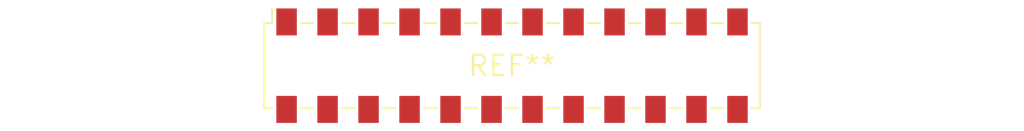
<source format=kicad_pcb>
(kicad_pcb (version 20240108) (generator pcbnew)
  (layers (0 "F.Cu" signal) (31 "B.Cu" signal) (34 "B.Paste" user) (35 "F.Paste" user) (36 "B.SilkS" user "B.Silkscreen") (37 "F.SilkS" user "F.Silkscreen") (38 "B.Mask" user) (39 "F.Mask" user) (44 "Edge.Cuts" user))
  (net 0 "")
  (footprint "Samtec_HLE-112-02-xxx-DV-BE-LC_2x12_P2.54mm_Horizontal" (layer "F.Cu") (at 0 0)
    (property "Reference" "REF**")
    (property "Value" "Samtec_HLE-112-02-xxx-DV-BE-LC_2x12_P2.54mm_Horizontal")
    (fp_line (start -15.35 -2.65) (end -15.35 2.65) (layer "F.SilkS") (stroke (width 0.12)))
    (fp_line (start -15.35 2.65) (end -14.865 2.65) (layer "F.SilkS") (stroke (width 0.12)))
    (fp_line (start -14.865 -3.56) (end -14.865 -2.65) (layer "F.SilkS") (stroke (width 0.12)))
    (fp_line (start -14.865 -2.65) (end -15.35 -2.65) (layer "F.SilkS") (stroke (width 0.12)))
    (fp_line (start -13.075 -2.65) (end -12.325 -2.65) (layer "F.SilkS") (stroke (width 0.12)))
    (fp_line (start -13.075 2.65) (end -12.325 2.65) (layer "F.SilkS") (stroke (width 0.12)))
    (fp_line (start -10.535 -2.65) (end -9.785 -2.65) (layer "F.SilkS") (stroke (width 0.12)))
    (fp_line (start -10.535 2.65) (end -9.785 2.65) (layer "F.SilkS") (stroke (width 0.12)))
    (fp_line (start -7.995 -2.65) (end -7.245 -2.65) (layer "F.SilkS") (stroke (width 0.12)))
    (fp_line (start -7.995 2.65) (end -7.245 2.65) (layer "F.SilkS") (stroke (width 0.12)))
    (fp_line (start -5.455 -2.65) (end -4.705 -2.65) (layer "F.SilkS") (stroke (width 0.12)))
    (fp_line (start -5.455 2.65) (end -4.705 2.65) (layer "F.SilkS") (stroke (width 0.12)))
    (fp_line (start -2.915 -2.65) (end -2.165 -2.65) (layer "F.SilkS") (stroke (width 0.12)))
    (fp_line (start -2.915 2.65) (end -2.165 2.65) (layer "F.SilkS") (stroke (width 0.12)))
    (fp_line (start -0.375 -2.65) (end 0.375 -2.65) (layer "F.SilkS") (stroke (width 0.12)))
    (fp_line (start -0.375 2.65) (end 0.375 2.65) (layer "F.SilkS") (stroke (width 0.12)))
    (fp_line (start 2.165 -2.65) (end 2.915 -2.65) (layer "F.SilkS") (stroke (width 0.12)))
    (fp_line (start 2.165 2.65) (end 2.915 2.65) (layer "F.SilkS") (stroke (width 0.12)))
    (fp_line (start 4.705 -2.65) (end 5.455 -2.65) (layer "F.SilkS") (stroke (width 0.12)))
    (fp_line (start 4.705 2.65) (end 5.455 2.65) (layer "F.SilkS") (stroke (width 0.12)))
    (fp_line (start 7.245 -2.65) (end 7.995 -2.65) (layer "F.SilkS") (stroke (width 0.12)))
    (fp_line (start 7.245 2.65) (end 7.995 2.65) (layer "F.SilkS") (stroke (width 0.12)))
    (fp_line (start 9.785 -2.65) (end 10.535 -2.65) (layer "F.SilkS") (stroke (width 0.12)))
    (fp_line (start 9.785 2.65) (end 10.535 2.65) (layer "F.SilkS") (stroke (width 0.12)))
    (fp_line (start 12.325 -2.65) (end 13.075 -2.65) (layer "F.SilkS") (stroke (width 0.12)))
    (fp_line (start 12.325 2.65) (end 13.075 2.65) (layer "F.SilkS") (stroke (width 0.12)))
    (fp_line (start 14.865 -2.65) (end 15.35 -2.65) (layer "F.SilkS") (stroke (width 0.12)))
    (fp_line (start 15.35 -2.65) (end 15.35 2.65) (layer "F.SilkS") (stroke (width 0.12)))
    (fp_line (start 15.35 2.65) (end 14.865 2.65) (layer "F.SilkS") (stroke (width 0.12)))
    (pad "" np_thru_hole circle (at -13.97 -1.27) (size 0.97 0.97) (drill 0.97) (layers *.Cu *.Mask))
    (pad "" np_thru_hole circle (at -13.97 1.27) (size 0.97 0.97) (drill 0.97) (layers *.Cu *.Mask))
    (pad "" np_thru_hole circle (at -12.7 0) (size 1.19 1.19) (drill 1.19) (layers *.Cu *.Mask))
    (pad "" np_thru_hole circle (at -11.43 -1.27) (size 0.97 0.97) (drill 0.97) (layers *.Cu *.Mask))
    (pad "" np_thru_hole circle (at -11.43 1.27) (size 0.97 0.97) (drill 0.97) (layers *.Cu *.Mask))
    (pad "" np_thru_hole circle (at -8.89 -1.27) (size 0.97 0.97) (drill 0.97) (layers *.Cu *.Mask))
    (pad "" np_thru_hole circle (at -8.89 1.27) (size 0.97 0.97) (drill 0.97) (layers *.Cu *.Mask))
    (pad "" np_thru_hole circle (at -6.35 -1.27) (size 0.97 0.97) (drill 0.97) (layers *.Cu *.Mask))
    (pad "" np_thru_hole circle (at -6.35 1.27) (size 0.97 0.97) (drill 0.97) (layers *.Cu *.Mask))
    (pad "" np_thru_hole circle (at -3.81 -1.27) (size 0.97 0.97) (drill 0.97) (layers *.Cu *.Mask))
    (pad "" np_thru_hole circle (at -3.81 1.27) (size 0.97 0.97) (drill 0.97) (layers *.Cu *.Mask))
    (pad "" np_thru_hole circle (at -1.27 -1.27) (size 0.97 0.97) (drill 0.97) (layers *.Cu *.Mask))
    (pad "" np_thru_hole circle (at -1.27 1.27) (size 0.97 0.97) (drill 0.97) (layers *.Cu *.Mask))
    (pad "" np_thru_hole circle (at 1.27 -1.27) (size 0.97 0.97) (drill 0.97) (layers *.Cu *.Mask))
    (pad "" np_thru_hole circle (at 1.27 1.27) (size 0.97 0.97) (drill 0.97) (layers *.Cu *.Mask))
    (pad "" np_thru_hole circle (at 3.81 -1.27) (size 0.97 0.97) (drill 0.97) (layers *.Cu *.Mask))
    (pad "" np_thru_hole circle (at 3.81 1.27) (size 0.97 0.97) (drill 0.97) (layers *.Cu *.Mask))
    (pad "" np_thru_hole circle (at 6.35 -1.27) (size 0.97 0.97) (drill 0.97) (layers *.Cu *.Mask))
    (pad "" np_thru_hole circle (at 6.35 1.27) (size 0.97 0.97) (drill 0.97) (layers *.Cu *.Mask))
    (pad "" np_thru_hole circle (at 8.89 -1.27) (size 0.97 0.97) (drill 0.97) (layers *.Cu *.Mask))
    (pad "" np_thru_hole circle (at 8.89 1.27) (size 0.97 0.97) (drill 0.97) (layers *.Cu *.Mask))
    (pad "" np_thru_hole circle (at 11.43 -1.27) (size 0.97 0.97) (drill 0.97) (layers *.Cu *.Mask))
    (pad "" np_thru_hole circle (at 11.43 1.27) (size 0.97 0.97) (drill 0.97) (layers *.Cu *.Mask))
    (pad "" np_thru_hole circle (at 12.7 0) (size 1.19 1.19) (drill 1.19) (layers *.Cu *.Mask))
    (pad "" np_thru_hole circle (at 13.97 -1.27) (size 0.97 0.97) (drill 0.97) (layers *.Cu *.Mask))
    (pad "" np_thru_hole circle (at 13.97 1.27) (size 0.97 0.97) (drill 0.97) (layers *.Cu *.Mask))
    (pad "1" smd rect (at -13.97 -2.72) (size 1.27 1.68) (layers "F.Cu" "F.Paste" "F.Mask"))
    (pad "2" smd rect (at -13.97 2.72) (size 1.27 1.68) (layers "F.Cu" "F.Paste" "F.Mask"))
    (pad "3" smd rect (at -11.43 -2.72) (size 1.27 1.68) (layers "F.Cu" "F.Paste" "F.Mask"))
    (pad "4" smd rect (at -11.43 2.72) (size 1.27 1.68) (layers "F.Cu" "F.Paste" "F.Mask"))
    (pad "5" smd rect (at -8.89 -2.72) (size 1.27 1.68) (layers "F.Cu" "F.Paste" "F.Mask"))
    (pad "6" smd rect (at -8.89 2.72) (size 1.27 1.68) (layers "F.Cu" "F.Paste" "F.Mask"))
    (pad "7" smd rect (at -6.35 -2.72) (size 1.27 1.68) (layers "F.Cu" "F.Paste" "F.Mask"))
    (pad "8" smd rect (at -6.35 2.72) (size 1.27 1.68) (layers "F.Cu" "F.Paste" "F.Mask"))
    (pad "9" smd rect (at -3.81 -2.72) (size 1.27 1.68) (layers "F.Cu" "F.Paste" "F.Mask"))
    (pad "10" smd rect (at -3.81 2.72) (size 1.27 1.68) (layers "F.Cu" "F.Paste" "F.Mask"))
    (pad "11" smd rect (at -1.27 -2.72) (size 1.27 1.68) (layers "F.Cu" "F.Paste" "F.Mask"))
    (pad "12" smd rect (at -1.27 2.72) (size 1.27 1.68) (layers "F.Cu" "F.Paste" "F.Mask"))
    (pad "13" smd rect (at 1.27 -2.72) (size 1.27 1.68) (layers "F.Cu" "F.Paste" "F.Mask"))
    (pad "14" smd rect (at 1.27 2.72) (size 1.27 1.68) (layers "F.Cu" "F.Paste" "F.Mask"))
    (pad "15" smd rect (at 3.81 -2.72) (size 1.27 1.68) (layers "F.Cu" "F.Paste" "F.Mask"))
    (pad "16" smd rect (at 3.81 2.72) (size 1.27 1.68) (layers "F.Cu" "F.Paste" "F.Mask"))
    (pad "17" smd rect (at 6.35 -2.72) (size 1.27 1.68) (layers "F.Cu" "F.Paste" "F.Mask"))
    (pad "18" smd rect (at 6.35 2.72) (size 1.27 1.68) (layers "F.Cu" "F.Paste" "F.Mask"))
    (pad "19" smd rect (at 8.89 -2.72) (size 1.27 1.68) (layers "F.Cu" "F.Paste" "F.Mask"))
    (pad "20" smd rect (at 8.89 2.72) (size 1.27 1.68) (layers "F.Cu" "F.Paste" "F.Mask"))
    (pad "21" smd rect (at 11.43 -2.72) (size 1.27 1.68) (layers "F.Cu" "F.Paste" "F.Mask"))
    (pad "22" smd rect (at 11.43 2.72) (size 1.27 1.68) (layers "F.Cu" "F.Paste" "F.Mask"))
    (pad "23" smd rect (at 13.97 -2.72) (size 1.27 1.68) (layers "F.Cu" "F.Paste" "F.Mask"))
    (pad "24" smd rect (at 13.97 2.72) (size 1.27 1.68) (layers "F.Cu" "F.Paste" "F.Mask"))
  )
)
</source>
